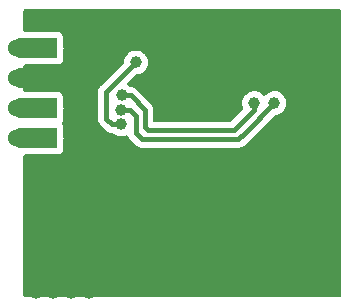
<source format=gbl>
G04 #@! TF.GenerationSoftware,KiCad,Pcbnew,(6.0.8)*
G04 #@! TF.CreationDate,2023-05-10T13:59:01+02:00*
G04 #@! TF.ProjectId,02_Batt_Alim,30325f42-6174-4745-9f41-6c696d2e6b69,rev?*
G04 #@! TF.SameCoordinates,Original*
G04 #@! TF.FileFunction,Copper,L2,Bot*
G04 #@! TF.FilePolarity,Positive*
%FSLAX46Y46*%
G04 Gerber Fmt 4.6, Leading zero omitted, Abs format (unit mm)*
G04 Created by KiCad (PCBNEW (6.0.8)) date 2023-05-10 13:59:01*
%MOMM*%
%LPD*%
G01*
G04 APERTURE LIST*
G04 Aperture macros list*
%AMFreePoly0*
4,1,19,2.294749,0.844703,2.473926,0.804652,2.640323,0.727060,2.786177,0.615546,2.904682,0.475314,2.990310,0.312906,3.039066,0.135899,3.048675,-0.047448,3.018688,-0.228582,2.950505,-0.399051,2.847308,-0.550902,2.713909,-0.677050,2.556534,-0.771611,2.382525,-0.830171,2.200000,-0.850000,-0.850000,-0.850000,-0.850000,0.850000,2.200000,0.850000,2.294749,0.844703,2.294749,0.844703,
$1*%
G04 Aperture macros list end*
G04 #@! TA.AperFunction,ComponentPad*
%ADD10C,1.000000*%
G04 #@! TD*
G04 #@! TA.AperFunction,SMDPad,CuDef*
%ADD11R,2.200000X3.300000*%
G04 #@! TD*
G04 #@! TA.AperFunction,ComponentPad*
%ADD12FreePoly0,180.000000*%
G04 #@! TD*
G04 #@! TA.AperFunction,ComponentPad*
%ADD13C,1.524000*%
G04 #@! TD*
G04 #@! TA.AperFunction,ViaPad*
%ADD14C,1.000000*%
G04 #@! TD*
G04 #@! TA.AperFunction,Conductor*
%ADD15C,0.400000*%
G04 #@! TD*
G04 APERTURE END LIST*
D10*
X115275000Y-70490000D03*
X114005000Y-70490000D03*
X115275000Y-69347000D03*
X114005000Y-69347000D03*
D11*
X114640000Y-70490000D03*
D10*
X115275000Y-71633000D03*
X114005000Y-71633000D03*
D12*
X104140000Y-73660000D03*
D13*
X101600000Y-73660000D03*
D12*
X104140000Y-71120000D03*
D13*
X101600000Y-71120000D03*
D12*
X104140000Y-68580000D03*
D13*
X101600000Y-68580000D03*
D12*
X104140000Y-66040000D03*
D13*
X101600000Y-66040000D03*
D14*
X115519200Y-79654400D03*
X116687600Y-79705200D03*
X107640000Y-86740000D03*
X106140000Y-86740000D03*
X104640000Y-86740000D03*
X103140000Y-86740000D03*
X106240000Y-68840000D03*
X116052600Y-80721200D03*
X108640000Y-67740000D03*
X110390000Y-72490000D03*
X111640000Y-67240000D03*
X123367800Y-70688200D03*
X110390000Y-71240000D03*
X121640600Y-70688200D03*
X110440000Y-70034239D03*
D15*
X112039400Y-79806800D02*
X115366800Y-79806800D01*
X106240000Y-74007400D02*
X112039400Y-79806800D01*
X106240000Y-68840000D02*
X106240000Y-74007400D01*
X115366800Y-79806800D02*
X115519200Y-79654400D01*
X116052600Y-81584800D02*
X110897400Y-86740000D01*
X116052600Y-80721200D02*
X116052600Y-81584800D01*
X110897400Y-86740000D02*
X107640000Y-86740000D01*
X120316000Y-73740000D02*
X120853200Y-73202800D01*
X119401600Y-73740000D02*
X120316000Y-73740000D01*
X120853200Y-73202800D02*
X123367800Y-70688200D01*
X119401600Y-73740000D02*
X112140000Y-73740000D01*
X119897600Y-72990000D02*
X121640600Y-71247000D01*
X121640600Y-71247000D02*
X121640600Y-70688200D01*
X119897600Y-72990000D02*
X112640000Y-72990000D01*
X108640000Y-67740000D02*
X110390000Y-65990000D01*
X110390000Y-65990000D02*
X113890000Y-65990000D01*
X114640000Y-66740000D02*
X114640000Y-70490000D01*
X113890000Y-65990000D02*
X114640000Y-66740000D01*
X109140000Y-71990000D02*
X109140000Y-69740000D01*
X109140000Y-69740000D02*
X111640000Y-67240000D01*
X110390000Y-72490000D02*
X109640000Y-72490000D01*
X109640000Y-72490000D02*
X109140000Y-71990000D01*
X112140000Y-73740000D02*
X111640000Y-73240000D01*
X111640000Y-73240000D02*
X111990010Y-73590010D01*
X111140000Y-71240000D02*
X111640000Y-71740000D01*
X110390000Y-71240000D02*
X111140000Y-71240000D01*
X111640000Y-71740000D02*
X111640000Y-73240000D01*
X111184239Y-70034239D02*
X112390000Y-71240000D01*
X112390000Y-72740000D02*
X112640000Y-72990000D01*
X112390000Y-71240000D02*
X112390000Y-72740000D01*
X110440000Y-70034239D02*
X111184239Y-70034239D01*
G04 #@! TA.AperFunction,Conductor*
G36*
X128973621Y-62758502D02*
G01*
X129020114Y-62812158D01*
X129031500Y-62864500D01*
X129031500Y-86995500D01*
X129011498Y-87063621D01*
X128957842Y-87110114D01*
X128905500Y-87121500D01*
X102234500Y-87121500D01*
X102166379Y-87101498D01*
X102119886Y-87047842D01*
X102108500Y-86995500D01*
X102108500Y-75149729D01*
X102128502Y-75081608D01*
X102182158Y-75035115D01*
X102234500Y-75023729D01*
X104990000Y-75023729D01*
X105021986Y-75021441D01*
X105056373Y-75018982D01*
X105056374Y-75018982D01*
X105063111Y-75018500D01*
X105142618Y-74995155D01*
X105194765Y-74979843D01*
X105194767Y-74979842D01*
X105203411Y-74977304D01*
X105242730Y-74952035D01*
X105318841Y-74903122D01*
X105318844Y-74903120D01*
X105326421Y-74898250D01*
X105390132Y-74824724D01*
X105416274Y-74794555D01*
X105416276Y-74794552D01*
X105422176Y-74787743D01*
X105482919Y-74654734D01*
X105503729Y-74510000D01*
X105503729Y-73737581D01*
X105503925Y-73730548D01*
X105506514Y-73684243D01*
X105506514Y-73684238D01*
X105506704Y-73680840D01*
X105503902Y-73627377D01*
X105503729Y-73620782D01*
X105503729Y-72810000D01*
X105498500Y-72736889D01*
X105457304Y-72596589D01*
X105430905Y-72555512D01*
X105383122Y-72481159D01*
X105383120Y-72481156D01*
X105378250Y-72473579D01*
X105372676Y-72468749D01*
X105343525Y-72404922D01*
X105353627Y-72334647D01*
X105373018Y-72304474D01*
X105416274Y-72254555D01*
X105416276Y-72254552D01*
X105422176Y-72247743D01*
X105482919Y-72114734D01*
X105495483Y-72027352D01*
X108427275Y-72027352D01*
X108428580Y-72034829D01*
X108428580Y-72034830D01*
X108438261Y-72090299D01*
X108439223Y-72096821D01*
X108446898Y-72160242D01*
X108449581Y-72167343D01*
X108450222Y-72169952D01*
X108454685Y-72186262D01*
X108455450Y-72188798D01*
X108456757Y-72196284D01*
X108475748Y-72239545D01*
X108482442Y-72254795D01*
X108484933Y-72260899D01*
X108507513Y-72320656D01*
X108511817Y-72326919D01*
X108513054Y-72329285D01*
X108521299Y-72344097D01*
X108522632Y-72346351D01*
X108525685Y-72353305D01*
X108530307Y-72359328D01*
X108564579Y-72403991D01*
X108568459Y-72409332D01*
X108600339Y-72455720D01*
X108600344Y-72455725D01*
X108604643Y-72461981D01*
X108610313Y-72467032D01*
X108610314Y-72467034D01*
X108651170Y-72503435D01*
X108656446Y-72508416D01*
X109118550Y-72970520D01*
X109124404Y-72976785D01*
X109162439Y-73020385D01*
X109168657Y-73024755D01*
X109214697Y-73057112D01*
X109219993Y-73061045D01*
X109270282Y-73100477D01*
X109277204Y-73103602D01*
X109279452Y-73104964D01*
X109294185Y-73113368D01*
X109296524Y-73114622D01*
X109302739Y-73118990D01*
X109309815Y-73121749D01*
X109309819Y-73121751D01*
X109362269Y-73142200D01*
X109368334Y-73144749D01*
X109426573Y-73171045D01*
X109434038Y-73172429D01*
X109436582Y-73173226D01*
X109452848Y-73177859D01*
X109455428Y-73178521D01*
X109462509Y-73181282D01*
X109470042Y-73182274D01*
X109470043Y-73182274D01*
X109502699Y-73186573D01*
X109525857Y-73189622D01*
X109532355Y-73190650D01*
X109595187Y-73202296D01*
X109602767Y-73201859D01*
X109602768Y-73201859D01*
X109610948Y-73201387D01*
X109615597Y-73201119D01*
X109684756Y-73217166D01*
X109704512Y-73230955D01*
X109811650Y-73322136D01*
X109984294Y-73418624D01*
X110172392Y-73479740D01*
X110368777Y-73503158D01*
X110374912Y-73502686D01*
X110374914Y-73502686D01*
X110559830Y-73488457D01*
X110559834Y-73488456D01*
X110565972Y-73487984D01*
X110756463Y-73434798D01*
X110761967Y-73432018D01*
X110761969Y-73432017D01*
X110797557Y-73414040D01*
X110867379Y-73401180D01*
X110933070Y-73428109D01*
X110969739Y-73475858D01*
X110982450Y-73504813D01*
X110984933Y-73510899D01*
X111007513Y-73570656D01*
X111011817Y-73576919D01*
X111013054Y-73579285D01*
X111021299Y-73594097D01*
X111022632Y-73596351D01*
X111025685Y-73603305D01*
X111044157Y-73627377D01*
X111064579Y-73653991D01*
X111068459Y-73659332D01*
X111100339Y-73705720D01*
X111100344Y-73705725D01*
X111104643Y-73711981D01*
X111110313Y-73717032D01*
X111110314Y-73717034D01*
X111151170Y-73753435D01*
X111156446Y-73758416D01*
X111618550Y-74220520D01*
X111624404Y-74226785D01*
X111662439Y-74270385D01*
X111668657Y-74274755D01*
X111714697Y-74307112D01*
X111719993Y-74311045D01*
X111770282Y-74350477D01*
X111777204Y-74353602D01*
X111779452Y-74354964D01*
X111794185Y-74363368D01*
X111796524Y-74364622D01*
X111802739Y-74368990D01*
X111809815Y-74371749D01*
X111809819Y-74371751D01*
X111862269Y-74392200D01*
X111868334Y-74394749D01*
X111926573Y-74421045D01*
X111934038Y-74422429D01*
X111936582Y-74423226D01*
X111952848Y-74427859D01*
X111955428Y-74428521D01*
X111962509Y-74431282D01*
X111970042Y-74432274D01*
X111970043Y-74432274D01*
X111983261Y-74434014D01*
X112025857Y-74439622D01*
X112032355Y-74440650D01*
X112095187Y-74452296D01*
X112102767Y-74451859D01*
X112102768Y-74451859D01*
X112157393Y-74448709D01*
X112164647Y-74448500D01*
X120287088Y-74448500D01*
X120295658Y-74448792D01*
X120345776Y-74452209D01*
X120345780Y-74452209D01*
X120353352Y-74452725D01*
X120360829Y-74451420D01*
X120360830Y-74451420D01*
X120387308Y-74446799D01*
X120416303Y-74441738D01*
X120422821Y-74440777D01*
X120486242Y-74433102D01*
X120493343Y-74430419D01*
X120495952Y-74429778D01*
X120512262Y-74425315D01*
X120514798Y-74424550D01*
X120522284Y-74423243D01*
X120580800Y-74397556D01*
X120586904Y-74395065D01*
X120591319Y-74393397D01*
X120646656Y-74372487D01*
X120652919Y-74368183D01*
X120655285Y-74366946D01*
X120670097Y-74358701D01*
X120672351Y-74357368D01*
X120679305Y-74354315D01*
X120730002Y-74315413D01*
X120735332Y-74311541D01*
X120781720Y-74279661D01*
X120781725Y-74279656D01*
X120787981Y-74275357D01*
X120829436Y-74228829D01*
X120834416Y-74223554D01*
X123324491Y-71733479D01*
X123386803Y-71699453D01*
X123403915Y-71696946D01*
X123458729Y-71692728D01*
X123537630Y-71686657D01*
X123537634Y-71686656D01*
X123543772Y-71686184D01*
X123734263Y-71632998D01*
X123739767Y-71630218D01*
X123739769Y-71630217D01*
X123905295Y-71546604D01*
X123905297Y-71546603D01*
X123910796Y-71543825D01*
X124066647Y-71422061D01*
X124195878Y-71272345D01*
X124293569Y-71100379D01*
X124355997Y-70912713D01*
X124380785Y-70716495D01*
X124381180Y-70688200D01*
X124361880Y-70491367D01*
X124304716Y-70302031D01*
X124211866Y-70127404D01*
X124120609Y-70015512D01*
X124090760Y-69978913D01*
X124090757Y-69978910D01*
X124086865Y-69974138D01*
X124080518Y-69968887D01*
X123939225Y-69851999D01*
X123939221Y-69851997D01*
X123934475Y-69848070D01*
X123760501Y-69754002D01*
X123571568Y-69695518D01*
X123565443Y-69694874D01*
X123565442Y-69694874D01*
X123381004Y-69675489D01*
X123381002Y-69675489D01*
X123374875Y-69674845D01*
X123292376Y-69682353D01*
X123184051Y-69692211D01*
X123184048Y-69692212D01*
X123177912Y-69692770D01*
X123172006Y-69694508D01*
X123172002Y-69694509D01*
X123066876Y-69725449D01*
X122988181Y-69748610D01*
X122982723Y-69751463D01*
X122982719Y-69751465D01*
X122891947Y-69798920D01*
X122812910Y-69840240D01*
X122658775Y-69964168D01*
X122600871Y-70033176D01*
X122541763Y-70072501D01*
X122470775Y-70073627D01*
X122406708Y-70031818D01*
X122363564Y-69978918D01*
X122363559Y-69978913D01*
X122359665Y-69974138D01*
X122353318Y-69968887D01*
X122212025Y-69851999D01*
X122212021Y-69851997D01*
X122207275Y-69848070D01*
X122033301Y-69754002D01*
X121844368Y-69695518D01*
X121838243Y-69694874D01*
X121838242Y-69694874D01*
X121653804Y-69675489D01*
X121653802Y-69675489D01*
X121647675Y-69674845D01*
X121565176Y-69682353D01*
X121456851Y-69692211D01*
X121456848Y-69692212D01*
X121450712Y-69692770D01*
X121444806Y-69694508D01*
X121444802Y-69694509D01*
X121339676Y-69725449D01*
X121260981Y-69748610D01*
X121255523Y-69751463D01*
X121255519Y-69751465D01*
X121164747Y-69798920D01*
X121085710Y-69840240D01*
X120931575Y-69964168D01*
X120804446Y-70115674D01*
X120801479Y-70121072D01*
X120801475Y-70121077D01*
X120722695Y-70264380D01*
X120709167Y-70288987D01*
X120707306Y-70294854D01*
X120707305Y-70294856D01*
X120651227Y-70471636D01*
X120649365Y-70477506D01*
X120627319Y-70674051D01*
X120643868Y-70871134D01*
X120645567Y-70877058D01*
X120693359Y-71043728D01*
X120698383Y-71061250D01*
X120701201Y-71066733D01*
X120703469Y-71072461D01*
X120701193Y-71073362D01*
X120712501Y-71132517D01*
X120686015Y-71198388D01*
X120676185Y-71209445D01*
X119641035Y-72244595D01*
X119578723Y-72278621D01*
X119551940Y-72281500D01*
X113224500Y-72281500D01*
X113156379Y-72261498D01*
X113109886Y-72207842D01*
X113098500Y-72155500D01*
X113098500Y-71268927D01*
X113098792Y-71260358D01*
X113102210Y-71210225D01*
X113102210Y-71210221D01*
X113102726Y-71202648D01*
X113091736Y-71139681D01*
X113090775Y-71133165D01*
X113089182Y-71120000D01*
X113083102Y-71069758D01*
X113080419Y-71062657D01*
X113079778Y-71060048D01*
X113075313Y-71043728D01*
X113074548Y-71041195D01*
X113073243Y-71033717D01*
X113047552Y-70975190D01*
X113045067Y-70969102D01*
X113025172Y-70916449D01*
X113025171Y-70916447D01*
X113022487Y-70909344D01*
X113018186Y-70903085D01*
X113016949Y-70900720D01*
X113008727Y-70885948D01*
X113007372Y-70883656D01*
X113004316Y-70876695D01*
X112999691Y-70870668D01*
X112999689Y-70870664D01*
X112965407Y-70825987D01*
X112961529Y-70820650D01*
X112929659Y-70774278D01*
X112929658Y-70774277D01*
X112925357Y-70768019D01*
X112878837Y-70726572D01*
X112873560Y-70721590D01*
X111705681Y-69553711D01*
X111699827Y-69547445D01*
X111666795Y-69509579D01*
X111666792Y-69509576D01*
X111661800Y-69503854D01*
X111609519Y-69467110D01*
X111604225Y-69463178D01*
X111559932Y-69428448D01*
X111553957Y-69423763D01*
X111547041Y-69420640D01*
X111544755Y-69419256D01*
X111530074Y-69410882D01*
X111527714Y-69409617D01*
X111521500Y-69405249D01*
X111514421Y-69402489D01*
X111514419Y-69402488D01*
X111461964Y-69382037D01*
X111455895Y-69379486D01*
X111397666Y-69353194D01*
X111390199Y-69351810D01*
X111387644Y-69351009D01*
X111371391Y-69346380D01*
X111368811Y-69345717D01*
X111361730Y-69342957D01*
X111354199Y-69341966D01*
X111354197Y-69341965D01*
X111324578Y-69338066D01*
X111298378Y-69334617D01*
X111291880Y-69333587D01*
X111229053Y-69321943D01*
X111215046Y-69322751D01*
X111145888Y-69306705D01*
X111127477Y-69294045D01*
X111011425Y-69198038D01*
X111011421Y-69198036D01*
X111006675Y-69194109D01*
X111001255Y-69191179D01*
X111001250Y-69191175D01*
X110948443Y-69162622D01*
X110898035Y-69112627D01*
X110882658Y-69043316D01*
X110907195Y-68976694D01*
X110919278Y-68962692D01*
X111596691Y-68285279D01*
X111659003Y-68251253D01*
X111676115Y-68248746D01*
X111730929Y-68244528D01*
X111809830Y-68238457D01*
X111809834Y-68238456D01*
X111815972Y-68237984D01*
X112006463Y-68184798D01*
X112011967Y-68182018D01*
X112011969Y-68182017D01*
X112177495Y-68098404D01*
X112177497Y-68098403D01*
X112182996Y-68095625D01*
X112338847Y-67973861D01*
X112468078Y-67824145D01*
X112565769Y-67652179D01*
X112628197Y-67464513D01*
X112652985Y-67268295D01*
X112653380Y-67240000D01*
X112634080Y-67043167D01*
X112576916Y-66853831D01*
X112484066Y-66679204D01*
X112413709Y-66592938D01*
X112362960Y-66530713D01*
X112362957Y-66530710D01*
X112359065Y-66525938D01*
X112352724Y-66520692D01*
X112211425Y-66403799D01*
X112211421Y-66403797D01*
X112206675Y-66399870D01*
X112032701Y-66305802D01*
X111843768Y-66247318D01*
X111837643Y-66246674D01*
X111837642Y-66246674D01*
X111653204Y-66227289D01*
X111653202Y-66227289D01*
X111647075Y-66226645D01*
X111564576Y-66234153D01*
X111456251Y-66244011D01*
X111456248Y-66244012D01*
X111450112Y-66244570D01*
X111444206Y-66246308D01*
X111444202Y-66246309D01*
X111339076Y-66277249D01*
X111260381Y-66300410D01*
X111254923Y-66303263D01*
X111254919Y-66303265D01*
X111164147Y-66350720D01*
X111085110Y-66392040D01*
X110930975Y-66515968D01*
X110803846Y-66667474D01*
X110800879Y-66672872D01*
X110800875Y-66672877D01*
X110798237Y-66677676D01*
X110708567Y-66840787D01*
X110706706Y-66846654D01*
X110706705Y-66846656D01*
X110691540Y-66894463D01*
X110648765Y-67029306D01*
X110633237Y-67167743D01*
X110628421Y-67210679D01*
X110600950Y-67276146D01*
X110592301Y-67285729D01*
X108659480Y-69218550D01*
X108653215Y-69224404D01*
X108609615Y-69262439D01*
X108605248Y-69268653D01*
X108572872Y-69314719D01*
X108568939Y-69320014D01*
X108529524Y-69370282D01*
X108526400Y-69377202D01*
X108525020Y-69379480D01*
X108516643Y-69394165D01*
X108515378Y-69396525D01*
X108511010Y-69402739D01*
X108508250Y-69409818D01*
X108508249Y-69409820D01*
X108487798Y-69462275D01*
X108485247Y-69468344D01*
X108458955Y-69526573D01*
X108457571Y-69534040D01*
X108456770Y-69536595D01*
X108452141Y-69552848D01*
X108451478Y-69555428D01*
X108448718Y-69562509D01*
X108447727Y-69570040D01*
X108447726Y-69570042D01*
X108440379Y-69625852D01*
X108439348Y-69632359D01*
X108427704Y-69695186D01*
X108428141Y-69702766D01*
X108428141Y-69702767D01*
X108431291Y-69757392D01*
X108431500Y-69764646D01*
X108431500Y-71961088D01*
X108431208Y-71969658D01*
X108427275Y-72027352D01*
X105495483Y-72027352D01*
X105503729Y-71970000D01*
X105503729Y-71197581D01*
X105503925Y-71190548D01*
X105506514Y-71144243D01*
X105506514Y-71144238D01*
X105506704Y-71140840D01*
X105503902Y-71087377D01*
X105503729Y-71080782D01*
X105503729Y-70270000D01*
X105498500Y-70196889D01*
X105457304Y-70056589D01*
X105407388Y-69978918D01*
X105383122Y-69941159D01*
X105383120Y-69941156D01*
X105378250Y-69933579D01*
X105284102Y-69851999D01*
X105274555Y-69843726D01*
X105274552Y-69843724D01*
X105267743Y-69837824D01*
X105134734Y-69777081D01*
X104990000Y-69756271D01*
X102234500Y-69756271D01*
X102166379Y-69736269D01*
X102119886Y-69682613D01*
X102108500Y-69630271D01*
X102108500Y-67529729D01*
X102128502Y-67461608D01*
X102182158Y-67415115D01*
X102234500Y-67403729D01*
X104990000Y-67403729D01*
X105021986Y-67401441D01*
X105056373Y-67398982D01*
X105056374Y-67398982D01*
X105063111Y-67398500D01*
X105142618Y-67375155D01*
X105194765Y-67359843D01*
X105194767Y-67359842D01*
X105203411Y-67357304D01*
X105242730Y-67332035D01*
X105318841Y-67283122D01*
X105318844Y-67283120D01*
X105326421Y-67278250D01*
X105390132Y-67204724D01*
X105416274Y-67174555D01*
X105416276Y-67174552D01*
X105422176Y-67167743D01*
X105482919Y-67034734D01*
X105503729Y-66890000D01*
X105503729Y-66117581D01*
X105503925Y-66110548D01*
X105506514Y-66064243D01*
X105506514Y-66064238D01*
X105506704Y-66060840D01*
X105503902Y-66007377D01*
X105503729Y-66000782D01*
X105503729Y-65190000D01*
X105498500Y-65116889D01*
X105457304Y-64976589D01*
X105392194Y-64875276D01*
X105383122Y-64861159D01*
X105383120Y-64861156D01*
X105378250Y-64853579D01*
X105371440Y-64847678D01*
X105274555Y-64763726D01*
X105274552Y-64763724D01*
X105267743Y-64757824D01*
X105134734Y-64697081D01*
X104990000Y-64676271D01*
X102234500Y-64676271D01*
X102166379Y-64656269D01*
X102119886Y-64602613D01*
X102108500Y-64550271D01*
X102108500Y-62864500D01*
X102128502Y-62796379D01*
X102182158Y-62749886D01*
X102234500Y-62738500D01*
X128905500Y-62738500D01*
X128973621Y-62758502D01*
G37*
G04 #@! TD.AperFunction*
M02*

</source>
